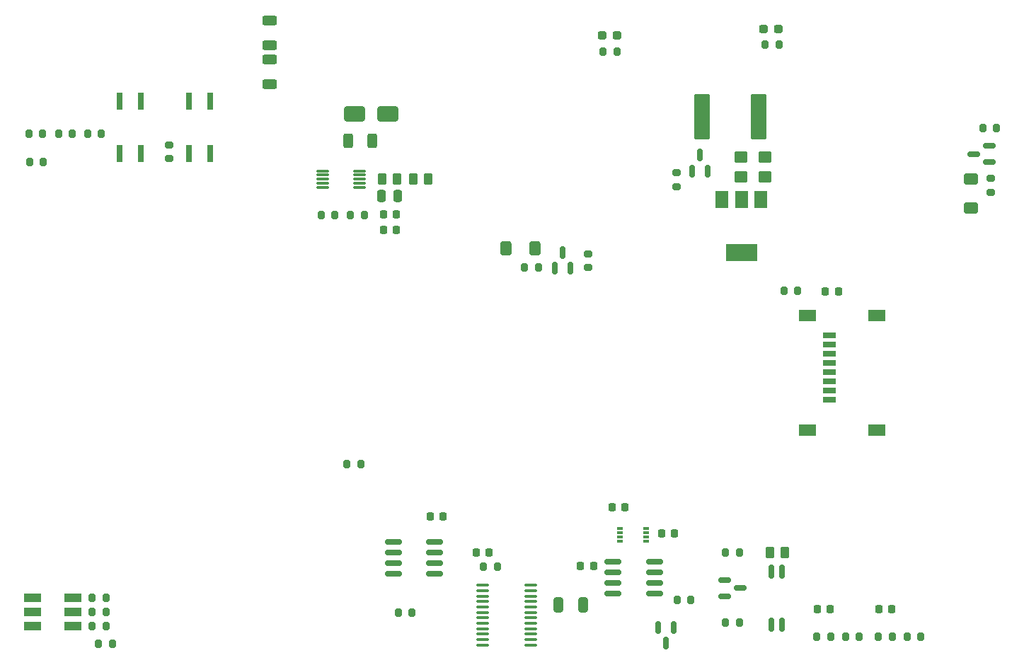
<source format=gbr>
%TF.GenerationSoftware,KiCad,Pcbnew,7.0.7*%
%TF.CreationDate,2024-04-10T19:08:45+02:00*%
%TF.ProjectId,ControllerCircuit,436f6e74-726f-46c6-9c65-724369726375,rev?*%
%TF.SameCoordinates,Original*%
%TF.FileFunction,Paste,Top*%
%TF.FilePolarity,Positive*%
%FSLAX46Y46*%
G04 Gerber Fmt 4.6, Leading zero omitted, Abs format (unit mm)*
G04 Created by KiCad (PCBNEW 7.0.7) date 2024-04-10 19:08:45*
%MOMM*%
%LPD*%
G01*
G04 APERTURE LIST*
G04 Aperture macros list*
%AMRoundRect*
0 Rectangle with rounded corners*
0 $1 Rounding radius*
0 $2 $3 $4 $5 $6 $7 $8 $9 X,Y pos of 4 corners*
0 Add a 4 corners polygon primitive as box body*
4,1,4,$2,$3,$4,$5,$6,$7,$8,$9,$2,$3,0*
0 Add four circle primitives for the rounded corners*
1,1,$1+$1,$2,$3*
1,1,$1+$1,$4,$5*
1,1,$1+$1,$6,$7*
1,1,$1+$1,$8,$9*
0 Add four rect primitives between the rounded corners*
20,1,$1+$1,$2,$3,$4,$5,0*
20,1,$1+$1,$4,$5,$6,$7,0*
20,1,$1+$1,$6,$7,$8,$9,0*
20,1,$1+$1,$8,$9,$2,$3,0*%
G04 Aperture macros list end*
%ADD10RoundRect,0.200000X-0.200000X-0.275000X0.200000X-0.275000X0.200000X0.275000X-0.200000X0.275000X0*%
%ADD11RoundRect,0.225000X-0.225000X-0.250000X0.225000X-0.250000X0.225000X0.250000X-0.225000X0.250000X0*%
%ADD12RoundRect,0.150000X-0.825000X-0.150000X0.825000X-0.150000X0.825000X0.150000X-0.825000X0.150000X0*%
%ADD13RoundRect,0.237500X-0.287500X-0.237500X0.287500X-0.237500X0.287500X0.237500X-0.287500X0.237500X0*%
%ADD14RoundRect,0.250000X0.600000X-0.400000X0.600000X0.400000X-0.600000X0.400000X-0.600000X-0.400000X0*%
%ADD15RoundRect,0.150000X0.587500X0.150000X-0.587500X0.150000X-0.587500X-0.150000X0.587500X-0.150000X0*%
%ADD16RoundRect,0.200000X-0.275000X0.200000X-0.275000X-0.200000X0.275000X-0.200000X0.275000X0.200000X0*%
%ADD17RoundRect,0.250000X0.262500X0.450000X-0.262500X0.450000X-0.262500X-0.450000X0.262500X-0.450000X0*%
%ADD18RoundRect,0.150000X0.150000X-0.587500X0.150000X0.587500X-0.150000X0.587500X-0.150000X-0.587500X0*%
%ADD19RoundRect,0.250000X-0.712500X-2.475000X0.712500X-2.475000X0.712500X2.475000X-0.712500X2.475000X0*%
%ADD20RoundRect,0.250000X-0.537500X-0.425000X0.537500X-0.425000X0.537500X0.425000X-0.537500X0.425000X0*%
%ADD21R,1.500000X2.000000*%
%ADD22R,3.800000X2.000000*%
%ADD23R,0.640000X2.000000*%
%ADD24RoundRect,0.200000X0.200000X0.275000X-0.200000X0.275000X-0.200000X-0.275000X0.200000X-0.275000X0*%
%ADD25RoundRect,0.150000X-0.150000X0.587500X-0.150000X-0.587500X0.150000X-0.587500X0.150000X0.587500X0*%
%ADD26RoundRect,0.150000X-0.150000X0.662500X-0.150000X-0.662500X0.150000X-0.662500X0.150000X0.662500X0*%
%ADD27RoundRect,0.100000X-0.637500X-0.100000X0.637500X-0.100000X0.637500X0.100000X-0.637500X0.100000X0*%
%ADD28RoundRect,0.150000X-0.587500X-0.150000X0.587500X-0.150000X0.587500X0.150000X-0.587500X0.150000X0*%
%ADD29RoundRect,0.250000X0.325000X0.650000X-0.325000X0.650000X-0.325000X-0.650000X0.325000X-0.650000X0*%
%ADD30R,1.500000X0.800000*%
%ADD31R,2.000000X1.450000*%
%ADD32R,0.800000X0.300000*%
%ADD33R,2.000000X1.100000*%
%ADD34RoundRect,0.225000X0.225000X0.250000X-0.225000X0.250000X-0.225000X-0.250000X0.225000X-0.250000X0*%
%ADD35RoundRect,0.250000X-0.250000X-0.475000X0.250000X-0.475000X0.250000X0.475000X-0.250000X0.475000X0*%
%ADD36RoundRect,0.250000X-0.262500X-0.450000X0.262500X-0.450000X0.262500X0.450000X-0.262500X0.450000X0*%
%ADD37RoundRect,0.075000X-0.650000X-0.075000X0.650000X-0.075000X0.650000X0.075000X-0.650000X0.075000X0*%
%ADD38RoundRect,0.250000X-0.400000X-0.600000X0.400000X-0.600000X0.400000X0.600000X-0.400000X0.600000X0*%
%ADD39RoundRect,0.250000X0.625000X-0.312500X0.625000X0.312500X-0.625000X0.312500X-0.625000X-0.312500X0*%
%ADD40RoundRect,0.250000X-0.312500X-0.625000X0.312500X-0.625000X0.312500X0.625000X-0.312500X0.625000X0*%
%ADD41RoundRect,0.250000X-1.000000X-0.650000X1.000000X-0.650000X1.000000X0.650000X-1.000000X0.650000X0*%
G04 APERTURE END LIST*
D10*
%TO.C,R4*%
X10425000Y15800000D03*
X12075000Y15800000D03*
%TD*%
D11*
%TO.C,C6*%
X56375000Y22900000D03*
X57925000Y22900000D03*
%TD*%
%TO.C,C1*%
X50825000Y27250000D03*
X52375000Y27250000D03*
%TD*%
D10*
%TO.C,R9*%
X47015000Y15670000D03*
X48665000Y15670000D03*
%TD*%
D12*
%TO.C,U5*%
X46425000Y24155000D03*
X46425000Y22885000D03*
X46425000Y21615000D03*
X46425000Y20345000D03*
X51375000Y20345000D03*
X51375000Y21615000D03*
X51375000Y22885000D03*
X51375000Y24155000D03*
%TD*%
D10*
%TO.C,R12*%
X90925000Y83700000D03*
X92575000Y83700000D03*
%TD*%
D13*
%TO.C,D3*%
X90725000Y85550000D03*
X92475000Y85550000D03*
%TD*%
D10*
%TO.C,R1*%
X10425000Y17500000D03*
X12075000Y17500000D03*
%TD*%
%TO.C,R17*%
X10425000Y14100000D03*
X12075000Y14100000D03*
%TD*%
D14*
%TO.C,D2*%
X115550000Y64100000D03*
X115550000Y67600000D03*
%TD*%
D15*
%TO.C,Q1*%
X117737500Y69650000D03*
X117737500Y71550000D03*
X115862500Y70600000D03*
%TD*%
D16*
%TO.C,R10*%
X117950000Y67675000D03*
X117950000Y66025000D03*
%TD*%
D10*
%TO.C,R11*%
X116975000Y73700000D03*
X118625000Y73700000D03*
%TD*%
D17*
%TO.C,R3*%
X93292500Y22880000D03*
X91467500Y22880000D03*
%TD*%
D10*
%TO.C,R2*%
X86175000Y14500000D03*
X87825000Y14500000D03*
%TD*%
D16*
%TO.C,R8*%
X80300000Y68325000D03*
X80300000Y66675000D03*
%TD*%
D18*
%TO.C,Q3*%
X82150000Y68562500D03*
X84050000Y68562500D03*
X83100000Y70437500D03*
%TD*%
D19*
%TO.C,F1*%
X83362500Y75050000D03*
X90137500Y75050000D03*
%TD*%
D20*
%TO.C,C4*%
X88016700Y67836000D03*
X90891700Y67836000D03*
%TD*%
%TO.C,C3*%
X88012500Y70200000D03*
X90887500Y70200000D03*
%TD*%
D21*
%TO.C,U6*%
X90374200Y65121000D03*
X88074200Y65121000D03*
D22*
X88074200Y58821000D03*
D21*
X85774200Y65121000D03*
%TD*%
D23*
%TO.C,U9*%
X21980000Y70650000D03*
X24520000Y70650000D03*
X24520000Y76950000D03*
X21980000Y76950000D03*
%TD*%
D16*
%TO.C,R18*%
X19583400Y71678800D03*
X19583400Y70028800D03*
%TD*%
D24*
%TO.C,R19*%
X58875000Y21200000D03*
X57225000Y21200000D03*
%TD*%
D10*
%TO.C,R21*%
X40875000Y33500000D03*
X42525000Y33500000D03*
%TD*%
D11*
%TO.C,C2*%
X68825000Y21250000D03*
X70375000Y21250000D03*
%TD*%
D24*
%TO.C,R24*%
X12825000Y12000000D03*
X11175000Y12000000D03*
%TD*%
D23*
%TO.C,U12*%
X13730000Y70650000D03*
X16270000Y70650000D03*
X16270000Y76950000D03*
X13730000Y76950000D03*
%TD*%
D25*
%TO.C,D8*%
X79990000Y13937500D03*
X78090000Y13937500D03*
X79040000Y12062500D03*
%TD*%
D26*
%TO.C,U2*%
X92943320Y20607000D03*
X91673320Y20607000D03*
X91673320Y14232000D03*
X92943320Y14232000D03*
%TD*%
D11*
%TO.C,C10*%
X98125000Y54150000D03*
X99675000Y54150000D03*
%TD*%
%TO.C,C7*%
X97166000Y16129000D03*
X98716000Y16129000D03*
%TD*%
D10*
%TO.C,R7*%
X100545000Y12827000D03*
X102195000Y12827000D03*
%TD*%
%TO.C,R26*%
X97096000Y12827000D03*
X98746000Y12827000D03*
%TD*%
%TO.C,R27*%
X107911000Y12827000D03*
X109561000Y12827000D03*
%TD*%
D11*
%TO.C,C11*%
X104532000Y16129000D03*
X106082000Y16129000D03*
%TD*%
D10*
%TO.C,R28*%
X104462000Y12827000D03*
X106112000Y12827000D03*
%TD*%
D27*
%TO.C,U3*%
X57137500Y18975000D03*
X57137500Y18325000D03*
X57137500Y17675000D03*
X57137500Y17025000D03*
X57137500Y16375000D03*
X57137500Y15725000D03*
X57137500Y15075000D03*
X57137500Y14425000D03*
X57137500Y13775000D03*
X57137500Y13125000D03*
X57137500Y12475000D03*
X57137500Y11825000D03*
X62862500Y11825000D03*
X62862500Y12475000D03*
X62862500Y13125000D03*
X62862500Y13775000D03*
X62862500Y14425000D03*
X62862500Y15075000D03*
X62862500Y15725000D03*
X62862500Y16375000D03*
X62862500Y17025000D03*
X62862500Y17675000D03*
X62862500Y18325000D03*
X62862500Y18975000D03*
%TD*%
D28*
%TO.C,Q4*%
X86082500Y19575000D03*
X86082500Y17675000D03*
X87957500Y18625000D03*
%TD*%
D10*
%TO.C,R20*%
X86175000Y22880000D03*
X87825000Y22880000D03*
%TD*%
D29*
%TO.C,C5*%
X69175000Y16600000D03*
X66225000Y16600000D03*
%TD*%
D10*
%TO.C,R29*%
X2925000Y69650000D03*
X4575000Y69650000D03*
%TD*%
D30*
%TO.C,J15*%
X98600000Y41195000D03*
X98600000Y42295000D03*
X98600000Y43395000D03*
X98600000Y44495000D03*
X98600000Y45595000D03*
X98600000Y46695000D03*
X98600000Y47795000D03*
X98600000Y48895000D03*
D31*
X96000000Y37525000D03*
X104300000Y37525000D03*
X104300000Y51275000D03*
X96000000Y51275000D03*
%TD*%
D11*
%TO.C,C9*%
X78525000Y25200000D03*
X80075000Y25200000D03*
%TD*%
D32*
%TO.C,U1*%
X73550000Y25730000D03*
X73550000Y25230000D03*
X73550000Y24730000D03*
X73550000Y24230000D03*
X76650000Y24230000D03*
X76650000Y24730000D03*
X76650000Y25230000D03*
X76650000Y25730000D03*
%TD*%
D12*
%TO.C,U7*%
X72725000Y21805000D03*
X72725000Y20535000D03*
X72725000Y19265000D03*
X72725000Y17995000D03*
X77675000Y17995000D03*
X77675000Y19265000D03*
X77675000Y20535000D03*
X77675000Y21805000D03*
%TD*%
D24*
%TO.C,R6*%
X82025000Y17200000D03*
X80375000Y17200000D03*
%TD*%
D11*
%TO.C,C8*%
X72625000Y28300000D03*
X74175000Y28300000D03*
%TD*%
D33*
%TO.C,D1*%
X8100000Y14100000D03*
X8100000Y15800000D03*
X8100000Y17500000D03*
X3300000Y17500000D03*
X3300000Y15800000D03*
X3300000Y14100000D03*
%TD*%
D10*
%TO.C,R22*%
X93175000Y54180000D03*
X94825000Y54180000D03*
%TD*%
%TO.C,R16*%
X2850000Y73050000D03*
X4500000Y73050000D03*
%TD*%
D24*
%TO.C,R5*%
X8025000Y73050000D03*
X6375000Y73050000D03*
%TD*%
%TO.C,R25*%
X11525000Y73050000D03*
X9875000Y73050000D03*
%TD*%
D34*
%TO.C,C14*%
X46824802Y61466000D03*
X45274802Y61466000D03*
%TD*%
%TO.C,C13*%
X46814802Y63366000D03*
X45264802Y63366000D03*
%TD*%
D35*
%TO.C,C12*%
X45039802Y65566000D03*
X46939802Y65566000D03*
%TD*%
D36*
%TO.C,R30*%
X48787302Y67566000D03*
X50612302Y67566000D03*
%TD*%
%TO.C,R23*%
X45077302Y67566000D03*
X46902302Y67566000D03*
%TD*%
D37*
%TO.C,U8*%
X37949802Y68566000D03*
X37949802Y68066000D03*
X37949802Y67566000D03*
X37949802Y67066000D03*
X37949802Y66566000D03*
X42349802Y66566000D03*
X42349802Y67066000D03*
X42349802Y67566000D03*
X42349802Y68066000D03*
X42349802Y68566000D03*
%TD*%
D18*
%TO.C,Q2*%
X65725000Y56912500D03*
X67625000Y56912500D03*
X66675000Y58787500D03*
%TD*%
D24*
%TO.C,R14*%
X63800000Y57000000D03*
X62150000Y57000000D03*
%TD*%
D16*
%TO.C,R15*%
X69725000Y58655000D03*
X69725000Y57005000D03*
%TD*%
D13*
%TO.C,D4*%
X71425000Y84800000D03*
X73175000Y84800000D03*
%TD*%
D38*
%TO.C,D5*%
X59925000Y59300000D03*
X63425000Y59300000D03*
%TD*%
D10*
%TO.C,R13*%
X71525000Y82800000D03*
X73175000Y82800000D03*
%TD*%
D24*
%TO.C,R31*%
X42959802Y63316000D03*
X41309802Y63316000D03*
%TD*%
%TO.C,R32*%
X39454802Y63266000D03*
X37804802Y63266000D03*
%TD*%
D39*
%TO.C,R35*%
X31648400Y83627500D03*
X31648400Y86552500D03*
%TD*%
D40*
%TO.C,R34*%
X41006300Y72136000D03*
X43931300Y72136000D03*
%TD*%
D41*
%TO.C,D6*%
X41764200Y75412600D03*
X45764200Y75412600D03*
%TD*%
D39*
%TO.C,R33*%
X31648400Y78953900D03*
X31648400Y81878900D03*
%TD*%
M02*

</source>
